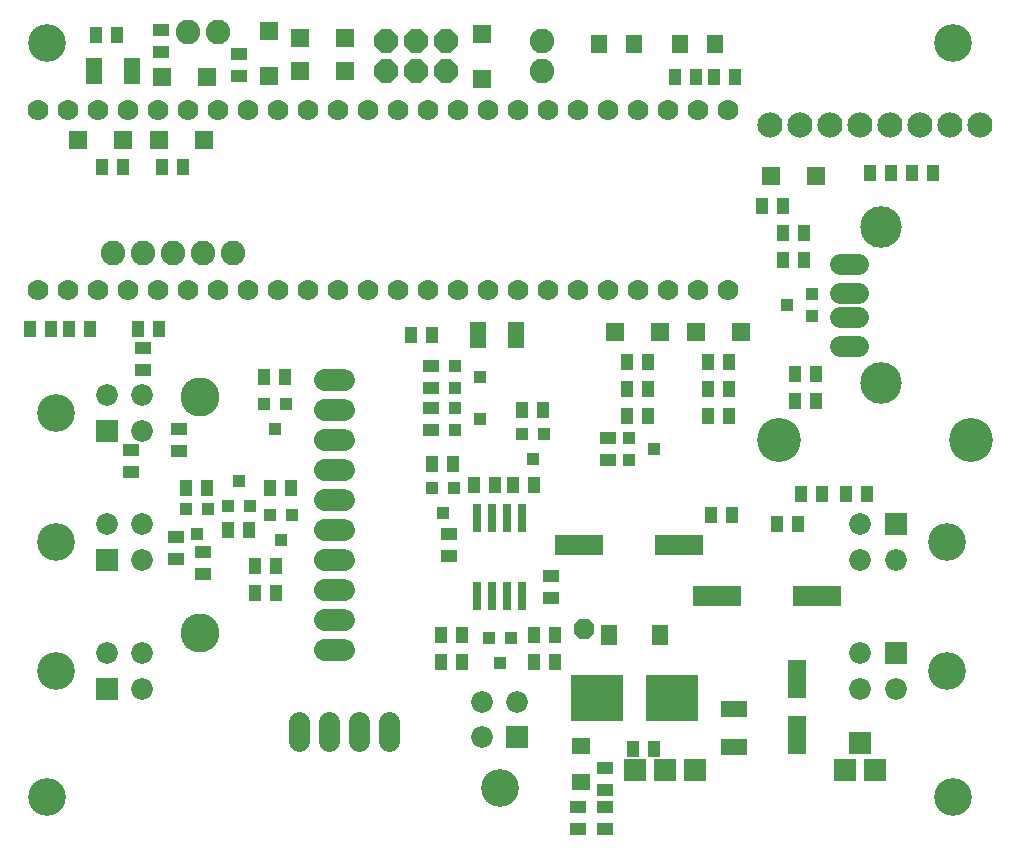
<source format=gts>
G75*
%MOIN*%
%OFA0B0*%
%FSLAX25Y25*%
%IPPOS*%
%LPD*%
%AMOC8*
5,1,8,0,0,1.08239X$1,22.5*
%
%ADD10C,0.12612*%
%ADD11R,0.05524X0.08674*%
%ADD12R,0.03950X0.05524*%
%ADD13R,0.06312X0.12611*%
%ADD14R,0.08674X0.05524*%
%ADD15R,0.05800X0.06587*%
%ADD16R,0.03950X0.04343*%
%ADD17R,0.06312X0.05524*%
%ADD18R,0.17500X0.15800*%
%ADD19R,0.03162X0.09461*%
%ADD20R,0.07216X0.07216*%
%ADD21C,0.07216*%
%ADD22C,0.12611*%
%ADD23R,0.05524X0.03950*%
%ADD24C,0.07000*%
%ADD25R,0.05524X0.06312*%
%ADD26R,0.07531X0.07531*%
%ADD27C,0.08400*%
%ADD28C,0.14643*%
%ADD29R,0.04343X0.03950*%
%ADD30R,0.06312X0.06312*%
%ADD31OC8,0.08000*%
%ADD32C,0.07137*%
%ADD33R,0.16154X0.07099*%
%ADD34C,0.07200*%
%ADD35C,0.13005*%
%ADD36C,0.08200*%
%ADD37C,0.06940*%
%ADD38C,0.13855*%
%ADD39OC8,0.06737*%
%ADD40R,0.07296X0.07296*%
D10*
X0028000Y0037000D03*
X0028000Y0288465D03*
X0330000Y0288465D03*
X0330000Y0037000D03*
D11*
X0184299Y0191000D03*
X0171701Y0191000D03*
X0056299Y0279000D03*
X0043701Y0279000D03*
D12*
X0044457Y0291000D03*
X0051543Y0291000D03*
X0053543Y0247000D03*
X0046457Y0247000D03*
X0066457Y0247000D03*
X0073543Y0247000D03*
X0065543Y0193000D03*
X0058457Y0193000D03*
X0042543Y0193000D03*
X0035457Y0193000D03*
X0029543Y0193000D03*
X0022457Y0193000D03*
X0074457Y0140000D03*
X0081543Y0140000D03*
X0088457Y0126000D03*
X0095543Y0126000D03*
X0097457Y0114000D03*
X0104543Y0114000D03*
X0104543Y0105000D03*
X0097457Y0105000D03*
X0102457Y0140000D03*
X0109543Y0140000D03*
X0107543Y0177000D03*
X0100457Y0177000D03*
X0149457Y0191000D03*
X0156543Y0191000D03*
X0186457Y0166000D03*
X0193543Y0166000D03*
X0163543Y0148000D03*
X0156457Y0148000D03*
X0170457Y0141000D03*
X0177543Y0141000D03*
X0183457Y0141000D03*
X0190543Y0141000D03*
X0221457Y0164000D03*
X0228543Y0164000D03*
X0228543Y0173000D03*
X0221457Y0173000D03*
X0221457Y0182000D03*
X0228543Y0182000D03*
X0248457Y0182000D03*
X0255543Y0182000D03*
X0255543Y0173000D03*
X0248457Y0173000D03*
X0248457Y0164000D03*
X0255543Y0164000D03*
X0277457Y0169000D03*
X0284543Y0169000D03*
X0284543Y0178000D03*
X0277457Y0178000D03*
X0280543Y0216000D03*
X0273457Y0216000D03*
X0273457Y0225000D03*
X0280543Y0225000D03*
X0273543Y0234000D03*
X0266457Y0234000D03*
X0302457Y0245000D03*
X0309543Y0245000D03*
X0316457Y0245000D03*
X0323543Y0245000D03*
X0257543Y0277000D03*
X0250457Y0277000D03*
X0244543Y0277000D03*
X0237457Y0277000D03*
X0279457Y0138000D03*
X0286543Y0138000D03*
X0294457Y0138000D03*
X0301543Y0138000D03*
X0278543Y0128000D03*
X0271457Y0128000D03*
X0256543Y0131000D03*
X0249457Y0131000D03*
X0197543Y0091000D03*
X0190457Y0091000D03*
X0190457Y0082000D03*
X0197543Y0082000D03*
X0166543Y0082000D03*
X0159457Y0082000D03*
X0159457Y0091000D03*
X0166543Y0091000D03*
X0223457Y0053000D03*
X0230543Y0053000D03*
D13*
X0278000Y0057551D03*
X0278000Y0076449D03*
D14*
X0257000Y0066299D03*
X0257000Y0053701D03*
D15*
X0232465Y0091000D03*
X0215535Y0091000D03*
D16*
X0182740Y0089937D03*
X0175260Y0089937D03*
X0179000Y0081669D03*
X0160000Y0131669D03*
X0156260Y0139937D03*
X0163740Y0139937D03*
X0186260Y0157937D03*
X0193740Y0157937D03*
X0190000Y0149669D03*
X0109740Y0130937D03*
X0102260Y0130937D03*
X0095740Y0134063D03*
X0088260Y0134063D03*
X0081740Y0132937D03*
X0074260Y0132937D03*
X0078000Y0124669D03*
X0092000Y0142331D03*
X0104000Y0159669D03*
X0100260Y0167937D03*
X0107740Y0167937D03*
X0106000Y0122669D03*
D17*
X0206000Y0053906D03*
X0206000Y0042094D03*
D18*
X0211400Y0070000D03*
X0236500Y0070000D03*
D19*
X0186500Y0103890D03*
X0181500Y0103890D03*
X0176500Y0103890D03*
X0171500Y0103890D03*
X0171500Y0130110D03*
X0176500Y0130110D03*
X0181500Y0130110D03*
X0186500Y0130110D03*
D20*
X0184906Y0057008D03*
X0310992Y0084906D03*
X0310992Y0127906D03*
X0048008Y0116094D03*
X0048008Y0073094D03*
X0048008Y0159094D03*
D21*
X0059819Y0159094D03*
X0059819Y0170906D03*
X0048008Y0170906D03*
X0048008Y0127906D03*
X0059819Y0127906D03*
X0059819Y0116094D03*
X0059819Y0084906D03*
X0048008Y0084906D03*
X0059819Y0073094D03*
X0173094Y0068819D03*
X0173094Y0057008D03*
X0184906Y0068819D03*
X0299181Y0073094D03*
X0310992Y0073094D03*
X0299181Y0084906D03*
X0299181Y0116094D03*
X0310992Y0116094D03*
X0299181Y0127906D03*
D22*
X0328000Y0122000D03*
X0328000Y0079000D03*
X0179000Y0040000D03*
X0031000Y0079000D03*
X0031000Y0122000D03*
X0031000Y0165000D03*
D23*
X0056000Y0152543D03*
X0056000Y0145457D03*
X0072000Y0152457D03*
X0072000Y0159543D03*
X0060000Y0179457D03*
X0060000Y0186543D03*
X0071000Y0123543D03*
X0071000Y0116457D03*
X0080000Y0118543D03*
X0080000Y0111457D03*
X0156000Y0159457D03*
X0156000Y0166543D03*
X0156000Y0173457D03*
X0156000Y0180543D03*
X0215000Y0156543D03*
X0215000Y0149457D03*
X0196000Y0110543D03*
X0196000Y0103457D03*
X0162000Y0117457D03*
X0162000Y0124543D03*
X0214000Y0046543D03*
X0214000Y0039457D03*
X0214000Y0033543D03*
X0214000Y0026457D03*
X0205000Y0026457D03*
X0205000Y0033543D03*
X0092000Y0277457D03*
X0092000Y0284543D03*
X0066000Y0285457D03*
X0066000Y0292543D03*
D24*
X0065000Y0266000D03*
X0075000Y0266000D03*
X0085000Y0266000D03*
X0095000Y0266000D03*
X0105000Y0266000D03*
X0115000Y0266000D03*
X0125000Y0266000D03*
X0135000Y0266000D03*
X0145000Y0266000D03*
X0155000Y0266000D03*
X0165000Y0266000D03*
X0175000Y0266000D03*
X0185000Y0266000D03*
X0195000Y0266000D03*
X0205000Y0266000D03*
X0215000Y0266000D03*
X0225000Y0266000D03*
X0235000Y0266000D03*
X0245000Y0266000D03*
X0255000Y0266000D03*
X0255000Y0206000D03*
X0245000Y0206000D03*
X0235000Y0206000D03*
X0225000Y0206000D03*
X0215000Y0206000D03*
X0205000Y0206000D03*
X0195000Y0206000D03*
X0185000Y0206000D03*
X0175000Y0206000D03*
X0165000Y0206000D03*
X0155000Y0206000D03*
X0145000Y0206000D03*
X0135000Y0206000D03*
X0125000Y0206000D03*
X0115000Y0206000D03*
X0105000Y0206000D03*
X0095000Y0206000D03*
X0085000Y0206000D03*
X0075000Y0206000D03*
X0065000Y0206000D03*
X0055000Y0206000D03*
X0045000Y0206000D03*
X0035000Y0206000D03*
X0025000Y0206000D03*
X0025000Y0266000D03*
X0035000Y0266000D03*
X0045000Y0266000D03*
X0055000Y0266000D03*
D25*
X0212094Y0288000D03*
X0223906Y0288000D03*
X0239094Y0288000D03*
X0250906Y0288000D03*
D26*
X0244000Y0046000D03*
X0234000Y0046000D03*
X0224000Y0046000D03*
X0294000Y0046000D03*
X0304000Y0046000D03*
D27*
X0299000Y0261000D03*
X0289000Y0261000D03*
X0279000Y0261000D03*
X0269000Y0261000D03*
X0309000Y0261000D03*
X0319000Y0261000D03*
X0329000Y0261000D03*
X0339000Y0261000D03*
D28*
X0336000Y0156000D03*
X0272000Y0156000D03*
D29*
X0230331Y0153000D03*
X0222063Y0149260D03*
X0222063Y0156740D03*
X0172331Y0163000D03*
X0164063Y0159260D03*
X0164063Y0166740D03*
X0164063Y0173260D03*
X0172331Y0177000D03*
X0164063Y0180740D03*
X0274669Y0201000D03*
X0282937Y0197260D03*
X0282937Y0204740D03*
D30*
X0259480Y0192000D03*
X0244520Y0192000D03*
X0232480Y0192000D03*
X0217520Y0192000D03*
X0269520Y0244000D03*
X0284480Y0244000D03*
X0173000Y0276520D03*
X0173000Y0291480D03*
X0127480Y0290000D03*
X0127480Y0279000D03*
X0112520Y0279000D03*
X0102000Y0277520D03*
X0112520Y0290000D03*
X0102000Y0292480D03*
X0081480Y0277000D03*
X0066520Y0277000D03*
X0065520Y0256000D03*
X0053480Y0256000D03*
X0038520Y0256000D03*
X0080480Y0256000D03*
D31*
X0141000Y0279000D03*
X0151000Y0279000D03*
X0151000Y0289000D03*
X0141000Y0289000D03*
X0161000Y0289000D03*
X0161000Y0279000D03*
D32*
X0142000Y0062169D02*
X0142000Y0055831D01*
X0132000Y0055831D02*
X0132000Y0062169D01*
X0122000Y0062169D02*
X0122000Y0055831D01*
X0112000Y0055831D02*
X0112000Y0062169D01*
D33*
X0205268Y0121000D03*
X0238732Y0121000D03*
X0251268Y0104000D03*
X0284732Y0104000D03*
D34*
X0127200Y0106000D02*
X0120800Y0106000D01*
X0120800Y0096000D02*
X0127200Y0096000D01*
X0127200Y0086000D02*
X0120800Y0086000D01*
X0120800Y0116000D02*
X0127200Y0116000D01*
X0127200Y0126000D02*
X0120800Y0126000D01*
X0120800Y0136000D02*
X0127200Y0136000D01*
X0127200Y0146000D02*
X0120800Y0146000D01*
X0120800Y0156000D02*
X0127200Y0156000D01*
X0127200Y0166000D02*
X0120800Y0166000D01*
X0120800Y0176000D02*
X0127200Y0176000D01*
D35*
X0079000Y0170488D03*
X0079000Y0091748D03*
D36*
X0080000Y0218500D03*
X0090000Y0218500D03*
X0070000Y0218500D03*
X0060000Y0218500D03*
X0050000Y0218500D03*
X0075000Y0292000D03*
X0085000Y0292000D03*
X0193000Y0289000D03*
X0193000Y0279000D03*
D37*
X0292261Y0214780D02*
X0298401Y0214780D01*
X0298401Y0204937D02*
X0292261Y0204937D01*
X0292261Y0197063D02*
X0298401Y0197063D01*
X0298401Y0187220D02*
X0292261Y0187220D01*
D38*
X0306000Y0175134D03*
X0306000Y0226866D03*
D39*
X0207000Y0093000D03*
D40*
X0299000Y0055000D03*
M02*

</source>
